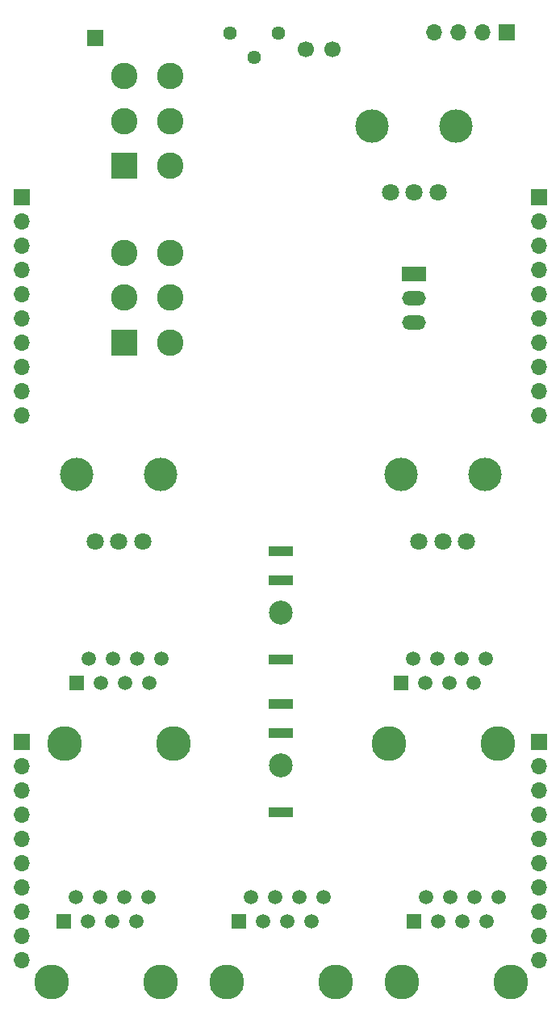
<source format=gbr>
%TF.GenerationSoftware,KiCad,Pcbnew,7.0.7*%
%TF.CreationDate,2023-08-21T15:50:53+01:00*%
%TF.ProjectId,Quadraphone_Controls_v3,51756164-7261-4706-986f-6e655f436f6e,rev?*%
%TF.SameCoordinates,Original*%
%TF.FileFunction,Soldermask,Top*%
%TF.FilePolarity,Negative*%
%FSLAX46Y46*%
G04 Gerber Fmt 4.6, Leading zero omitted, Abs format (unit mm)*
G04 Created by KiCad (PCBNEW 7.0.7) date 2023-08-21 15:50:53*
%MOMM*%
%LPD*%
G01*
G04 APERTURE LIST*
%ADD10C,3.650000*%
%ADD11R,1.500000X1.500000*%
%ADD12C,1.500000*%
%ADD13C,3.500000*%
%ADD14C,1.800000*%
%ADD15C,1.700000*%
%ADD16R,2.500000X1.500000*%
%ADD17O,2.500000X1.500000*%
%ADD18R,2.775000X2.775000*%
%ADD19C,2.775000*%
%ADD20C,2.500000*%
%ADD21R,2.500000X1.000000*%
%ADD22C,1.440000*%
%ADD23R,1.700000X1.700000*%
%ADD24O,1.700000X1.700000*%
G04 APERTURE END LIST*
D10*
%TO.C,J7*%
X91330000Y-120200000D03*
X102760000Y-120200000D03*
D11*
X92600000Y-113850000D03*
D12*
X93870000Y-111310000D03*
X95140000Y-113850000D03*
X96410000Y-111310000D03*
X97680000Y-113850000D03*
X98950000Y-111310000D03*
X100220000Y-113850000D03*
X101490000Y-111310000D03*
%TD*%
D13*
%TO.C,Fine_Tune1*%
X89600000Y-55500000D03*
X98400000Y-55500000D03*
D14*
X96500000Y-62500000D03*
X94000000Y-62500000D03*
X91500000Y-62500000D03*
%TD*%
D15*
%TO.C,TP1*%
X82600000Y-47500000D03*
%TD*%
D10*
%TO.C,J9*%
X57330000Y-120200000D03*
X68760000Y-120200000D03*
D11*
X58600000Y-113850000D03*
D12*
X59870000Y-111310000D03*
X61140000Y-113850000D03*
X62410000Y-111310000D03*
X63680000Y-113850000D03*
X64950000Y-111310000D03*
X66220000Y-113850000D03*
X67490000Y-111310000D03*
%TD*%
D10*
%TO.C,J8*%
X92730000Y-145200000D03*
X104160000Y-145200000D03*
D11*
X94000000Y-138850000D03*
D12*
X95270000Y-136310000D03*
X96540000Y-138850000D03*
X97810000Y-136310000D03*
X99080000Y-138850000D03*
X100350000Y-136310000D03*
X101620000Y-138850000D03*
X102890000Y-136310000D03*
%TD*%
D16*
%TO.C,SW1*%
X94000000Y-71000000D03*
D17*
X94000000Y-73540000D03*
X94000000Y-76080000D03*
%TD*%
D13*
%TO.C,Vibrato_Depth1*%
X58600000Y-92000000D03*
X67400000Y-92000000D03*
D14*
X65500000Y-99000000D03*
X63000000Y-99000000D03*
X60500000Y-99000000D03*
%TD*%
D15*
%TO.C,TP2*%
X85400000Y-47500000D03*
%TD*%
D10*
%TO.C,J10*%
X55930000Y-145200000D03*
X67360000Y-145200000D03*
D11*
X57200000Y-138850000D03*
D12*
X58470000Y-136310000D03*
X59740000Y-138850000D03*
X61010000Y-136310000D03*
X62280000Y-138850000D03*
X63550000Y-136310000D03*
X64820000Y-138850000D03*
X66090000Y-136310000D03*
%TD*%
D18*
%TO.C,SW3*%
X63585000Y-59700000D03*
D19*
X63585000Y-55000000D03*
X63585000Y-50300000D03*
X68415000Y-59700000D03*
X68415000Y-55000000D03*
X68415000Y-50300000D03*
%TD*%
D18*
%TO.C,SW2*%
X63585000Y-78200000D03*
D19*
X63585000Y-73500000D03*
X63585000Y-68800000D03*
X68415000Y-78200000D03*
X68415000Y-73500000D03*
X68415000Y-68800000D03*
%TD*%
D10*
%TO.C,J11*%
X74330000Y-145200000D03*
X85760000Y-145200000D03*
D11*
X75600000Y-138850000D03*
D12*
X76870000Y-136310000D03*
X78140000Y-138850000D03*
X79410000Y-136310000D03*
X80680000Y-138850000D03*
X81950000Y-136310000D03*
X83220000Y-138850000D03*
X84490000Y-136310000D03*
%TD*%
D20*
%TO.C,J6*%
X80000000Y-106500000D03*
D21*
X80000000Y-100020000D03*
X80000000Y-103120000D03*
X80000000Y-111420000D03*
%TD*%
D13*
%TO.C,PWM_Pot1*%
X92600000Y-92000000D03*
X101400000Y-92000000D03*
D14*
X99500000Y-99000000D03*
X97000000Y-99000000D03*
X94500000Y-99000000D03*
%TD*%
D20*
%TO.C,J5*%
X80000000Y-122500000D03*
D21*
X80000000Y-116020000D03*
X80000000Y-119120000D03*
X80000000Y-127420000D03*
%TD*%
D22*
%TO.C,OctaveTrim1*%
X74675000Y-45775000D03*
X77215000Y-48315000D03*
X79755000Y-45775000D03*
%TD*%
D23*
%TO.C,J13*%
X103700000Y-45700000D03*
D24*
X101160000Y-45700000D03*
X98620000Y-45700000D03*
X96080000Y-45700000D03*
%TD*%
D23*
%TO.C,J3*%
X107100000Y-120000000D03*
D24*
X107100000Y-122540000D03*
X107100000Y-125080000D03*
X107100000Y-127620000D03*
X107100000Y-130160000D03*
X107100000Y-132700000D03*
X107100000Y-135240000D03*
X107100000Y-137780000D03*
X107100000Y-140320000D03*
X107100000Y-142860000D03*
%TD*%
D23*
%TO.C,J14*%
X60500000Y-46300000D03*
%TD*%
%TO.C,J4*%
X52800000Y-120000000D03*
D24*
X52800000Y-122540000D03*
X52800000Y-125080000D03*
X52800000Y-127620000D03*
X52800000Y-130160000D03*
X52800000Y-132700000D03*
X52800000Y-135240000D03*
X52800000Y-137780000D03*
X52800000Y-140320000D03*
X52800000Y-142860000D03*
%TD*%
D23*
%TO.C,J1*%
X107100000Y-63000000D03*
D24*
X107100000Y-65540000D03*
X107100000Y-68080000D03*
X107100000Y-70620000D03*
X107100000Y-73160000D03*
X107100000Y-75700000D03*
X107100000Y-78240000D03*
X107100000Y-80780000D03*
X107100000Y-83320000D03*
X107100000Y-85860000D03*
%TD*%
D23*
%TO.C,J2*%
X52800000Y-63000000D03*
D24*
X52800000Y-65540000D03*
X52800000Y-68080000D03*
X52800000Y-70620000D03*
X52800000Y-73160000D03*
X52800000Y-75700000D03*
X52800000Y-78240000D03*
X52800000Y-80780000D03*
X52800000Y-83320000D03*
X52800000Y-85860000D03*
%TD*%
M02*

</source>
